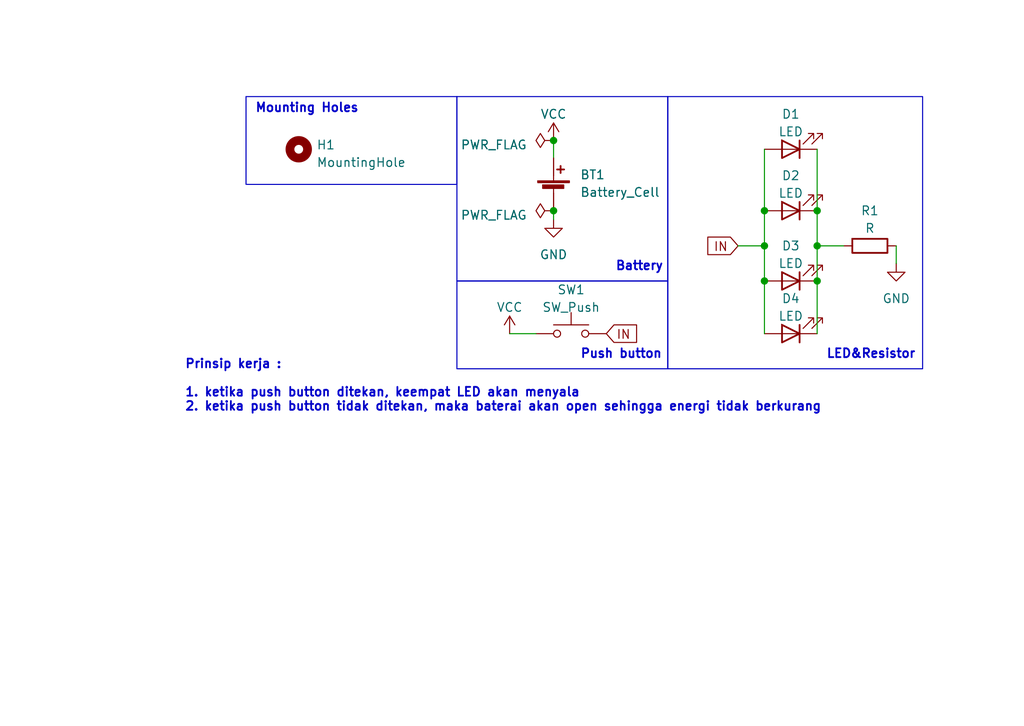
<source format=kicad_sch>
(kicad_sch (version 20230121) (generator eeschema)

  (uuid a45a735a-ef11-40ee-9776-56a0048d2d27)

  (paper "User" 148.006 105.004)

  (title_block
    (title "Electrical Engineering '20 Key Chain")
    (company "Institut Teknologi Bandung")
    (comment 1 "Bostang Palaguna")
    (comment 2 "designed by:")
  )

  (lib_symbols
    (symbol "Device:Battery_Cell" (pin_numbers hide) (pin_names (offset 0) hide) (in_bom yes) (on_board yes)
      (property "Reference" "BT" (at 2.54 2.54 0)
        (effects (font (size 1.27 1.27)) (justify left))
      )
      (property "Value" "Battery_Cell" (at 2.54 0 0)
        (effects (font (size 1.27 1.27)) (justify left))
      )
      (property "Footprint" "" (at 0 1.524 90)
        (effects (font (size 1.27 1.27)) hide)
      )
      (property "Datasheet" "~" (at 0 1.524 90)
        (effects (font (size 1.27 1.27)) hide)
      )
      (property "ki_keywords" "battery cell" (at 0 0 0)
        (effects (font (size 1.27 1.27)) hide)
      )
      (property "ki_description" "Single-cell battery" (at 0 0 0)
        (effects (font (size 1.27 1.27)) hide)
      )
      (symbol "Battery_Cell_0_1"
        (rectangle (start -2.286 1.778) (end 2.286 1.524)
          (stroke (width 0) (type default))
          (fill (type outline))
        )
        (rectangle (start -1.5748 1.1938) (end 1.4732 0.6858)
          (stroke (width 0) (type default))
          (fill (type outline))
        )
        (polyline
          (pts
            (xy 0 0.762)
            (xy 0 0)
          )
          (stroke (width 0) (type default))
          (fill (type none))
        )
        (polyline
          (pts
            (xy 0 1.778)
            (xy 0 2.54)
          )
          (stroke (width 0) (type default))
          (fill (type none))
        )
        (polyline
          (pts
            (xy 0.508 3.429)
            (xy 1.524 3.429)
          )
          (stroke (width 0.254) (type default))
          (fill (type none))
        )
        (polyline
          (pts
            (xy 1.016 3.937)
            (xy 1.016 2.921)
          )
          (stroke (width 0.254) (type default))
          (fill (type none))
        )
      )
      (symbol "Battery_Cell_1_1"
        (pin passive line (at 0 5.08 270) (length 2.54)
          (name "+" (effects (font (size 1.27 1.27))))
          (number "1" (effects (font (size 1.27 1.27))))
        )
        (pin passive line (at 0 -2.54 90) (length 2.54)
          (name "-" (effects (font (size 1.27 1.27))))
          (number "2" (effects (font (size 1.27 1.27))))
        )
      )
    )
    (symbol "Device:LED" (pin_numbers hide) (pin_names (offset 1.016) hide) (in_bom yes) (on_board yes)
      (property "Reference" "D" (at 0 2.54 0)
        (effects (font (size 1.27 1.27)))
      )
      (property "Value" "LED" (at 0 -2.54 0)
        (effects (font (size 1.27 1.27)))
      )
      (property "Footprint" "" (at 0 0 0)
        (effects (font (size 1.27 1.27)) hide)
      )
      (property "Datasheet" "~" (at 0 0 0)
        (effects (font (size 1.27 1.27)) hide)
      )
      (property "ki_keywords" "LED diode" (at 0 0 0)
        (effects (font (size 1.27 1.27)) hide)
      )
      (property "ki_description" "Light emitting diode" (at 0 0 0)
        (effects (font (size 1.27 1.27)) hide)
      )
      (property "ki_fp_filters" "LED* LED_SMD:* LED_THT:*" (at 0 0 0)
        (effects (font (size 1.27 1.27)) hide)
      )
      (symbol "LED_0_1"
        (polyline
          (pts
            (xy -1.27 -1.27)
            (xy -1.27 1.27)
          )
          (stroke (width 0.254) (type default))
          (fill (type none))
        )
        (polyline
          (pts
            (xy -1.27 0)
            (xy 1.27 0)
          )
          (stroke (width 0) (type default))
          (fill (type none))
        )
        (polyline
          (pts
            (xy 1.27 -1.27)
            (xy 1.27 1.27)
            (xy -1.27 0)
            (xy 1.27 -1.27)
          )
          (stroke (width 0.254) (type default))
          (fill (type none))
        )
        (polyline
          (pts
            (xy -3.048 -0.762)
            (xy -4.572 -2.286)
            (xy -3.81 -2.286)
            (xy -4.572 -2.286)
            (xy -4.572 -1.524)
          )
          (stroke (width 0) (type default))
          (fill (type none))
        )
        (polyline
          (pts
            (xy -1.778 -0.762)
            (xy -3.302 -2.286)
            (xy -2.54 -2.286)
            (xy -3.302 -2.286)
            (xy -3.302 -1.524)
          )
          (stroke (width 0) (type default))
          (fill (type none))
        )
      )
      (symbol "LED_1_1"
        (pin passive line (at -3.81 0 0) (length 2.54)
          (name "K" (effects (font (size 1.27 1.27))))
          (number "1" (effects (font (size 1.27 1.27))))
        )
        (pin passive line (at 3.81 0 180) (length 2.54)
          (name "A" (effects (font (size 1.27 1.27))))
          (number "2" (effects (font (size 1.27 1.27))))
        )
      )
    )
    (symbol "Device:R" (pin_numbers hide) (pin_names (offset 0)) (in_bom yes) (on_board yes)
      (property "Reference" "R" (at 2.032 0 90)
        (effects (font (size 1.27 1.27)))
      )
      (property "Value" "R" (at 0 0 90)
        (effects (font (size 1.27 1.27)))
      )
      (property "Footprint" "" (at -1.778 0 90)
        (effects (font (size 1.27 1.27)) hide)
      )
      (property "Datasheet" "~" (at 0 0 0)
        (effects (font (size 1.27 1.27)) hide)
      )
      (property "ki_keywords" "R res resistor" (at 0 0 0)
        (effects (font (size 1.27 1.27)) hide)
      )
      (property "ki_description" "Resistor" (at 0 0 0)
        (effects (font (size 1.27 1.27)) hide)
      )
      (property "ki_fp_filters" "R_*" (at 0 0 0)
        (effects (font (size 1.27 1.27)) hide)
      )
      (symbol "R_0_1"
        (rectangle (start -1.016 -2.54) (end 1.016 2.54)
          (stroke (width 0.254) (type default))
          (fill (type none))
        )
      )
      (symbol "R_1_1"
        (pin passive line (at 0 3.81 270) (length 1.27)
          (name "~" (effects (font (size 1.27 1.27))))
          (number "1" (effects (font (size 1.27 1.27))))
        )
        (pin passive line (at 0 -3.81 90) (length 1.27)
          (name "~" (effects (font (size 1.27 1.27))))
          (number "2" (effects (font (size 1.27 1.27))))
        )
      )
    )
    (symbol "Mechanical:MountingHole" (pin_names (offset 1.016)) (in_bom yes) (on_board yes)
      (property "Reference" "H" (at 0 5.08 0)
        (effects (font (size 1.27 1.27)))
      )
      (property "Value" "MountingHole" (at 0 3.175 0)
        (effects (font (size 1.27 1.27)))
      )
      (property "Footprint" "" (at 0 0 0)
        (effects (font (size 1.27 1.27)) hide)
      )
      (property "Datasheet" "~" (at 0 0 0)
        (effects (font (size 1.27 1.27)) hide)
      )
      (property "ki_keywords" "mounting hole" (at 0 0 0)
        (effects (font (size 1.27 1.27)) hide)
      )
      (property "ki_description" "Mounting Hole without connection" (at 0 0 0)
        (effects (font (size 1.27 1.27)) hide)
      )
      (property "ki_fp_filters" "MountingHole*" (at 0 0 0)
        (effects (font (size 1.27 1.27)) hide)
      )
      (symbol "MountingHole_0_1"
        (circle (center 0 0) (radius 1.27)
          (stroke (width 1.27) (type default))
          (fill (type none))
        )
      )
    )
    (symbol "Switch:SW_Push" (pin_numbers hide) (pin_names (offset 1.016) hide) (in_bom yes) (on_board yes)
      (property "Reference" "SW" (at 1.27 2.54 0)
        (effects (font (size 1.27 1.27)) (justify left))
      )
      (property "Value" "SW_Push" (at 0 -1.524 0)
        (effects (font (size 1.27 1.27)))
      )
      (property "Footprint" "" (at 0 5.08 0)
        (effects (font (size 1.27 1.27)) hide)
      )
      (property "Datasheet" "~" (at 0 5.08 0)
        (effects (font (size 1.27 1.27)) hide)
      )
      (property "ki_keywords" "switch normally-open pushbutton push-button" (at 0 0 0)
        (effects (font (size 1.27 1.27)) hide)
      )
      (property "ki_description" "Push button switch, generic, two pins" (at 0 0 0)
        (effects (font (size 1.27 1.27)) hide)
      )
      (symbol "SW_Push_0_1"
        (circle (center -2.032 0) (radius 0.508)
          (stroke (width 0) (type default))
          (fill (type none))
        )
        (polyline
          (pts
            (xy 0 1.27)
            (xy 0 3.048)
          )
          (stroke (width 0) (type default))
          (fill (type none))
        )
        (polyline
          (pts
            (xy 2.54 1.27)
            (xy -2.54 1.27)
          )
          (stroke (width 0) (type default))
          (fill (type none))
        )
        (circle (center 2.032 0) (radius 0.508)
          (stroke (width 0) (type default))
          (fill (type none))
        )
        (pin passive line (at -5.08 0 0) (length 2.54)
          (name "1" (effects (font (size 1.27 1.27))))
          (number "1" (effects (font (size 1.27 1.27))))
        )
        (pin passive line (at 5.08 0 180) (length 2.54)
          (name "2" (effects (font (size 1.27 1.27))))
          (number "2" (effects (font (size 1.27 1.27))))
        )
      )
    )
    (symbol "power:GND" (power) (pin_names (offset 0)) (in_bom yes) (on_board yes)
      (property "Reference" "#PWR" (at 0 -6.35 0)
        (effects (font (size 1.27 1.27)) hide)
      )
      (property "Value" "GND" (at 0 -3.81 0)
        (effects (font (size 1.27 1.27)))
      )
      (property "Footprint" "" (at 0 0 0)
        (effects (font (size 1.27 1.27)) hide)
      )
      (property "Datasheet" "" (at 0 0 0)
        (effects (font (size 1.27 1.27)) hide)
      )
      (property "ki_keywords" "global power" (at 0 0 0)
        (effects (font (size 1.27 1.27)) hide)
      )
      (property "ki_description" "Power symbol creates a global label with name \"GND\" , ground" (at 0 0 0)
        (effects (font (size 1.27 1.27)) hide)
      )
      (symbol "GND_0_1"
        (polyline
          (pts
            (xy 0 0)
            (xy 0 -1.27)
            (xy 1.27 -1.27)
            (xy 0 -2.54)
            (xy -1.27 -1.27)
            (xy 0 -1.27)
          )
          (stroke (width 0) (type default))
          (fill (type none))
        )
      )
      (symbol "GND_1_1"
        (pin power_in line (at 0 0 270) (length 0) hide
          (name "GND" (effects (font (size 1.27 1.27))))
          (number "1" (effects (font (size 1.27 1.27))))
        )
      )
    )
    (symbol "power:PWR_FLAG" (power) (pin_numbers hide) (pin_names (offset 0) hide) (in_bom yes) (on_board yes)
      (property "Reference" "#FLG" (at 0 1.905 0)
        (effects (font (size 1.27 1.27)) hide)
      )
      (property "Value" "PWR_FLAG" (at 0 3.81 0)
        (effects (font (size 1.27 1.27)))
      )
      (property "Footprint" "" (at 0 0 0)
        (effects (font (size 1.27 1.27)) hide)
      )
      (property "Datasheet" "~" (at 0 0 0)
        (effects (font (size 1.27 1.27)) hide)
      )
      (property "ki_keywords" "flag power" (at 0 0 0)
        (effects (font (size 1.27 1.27)) hide)
      )
      (property "ki_description" "Special symbol for telling ERC where power comes from" (at 0 0 0)
        (effects (font (size 1.27 1.27)) hide)
      )
      (symbol "PWR_FLAG_0_0"
        (pin power_out line (at 0 0 90) (length 0)
          (name "pwr" (effects (font (size 1.27 1.27))))
          (number "1" (effects (font (size 1.27 1.27))))
        )
      )
      (symbol "PWR_FLAG_0_1"
        (polyline
          (pts
            (xy 0 0)
            (xy 0 1.27)
            (xy -1.016 1.905)
            (xy 0 2.54)
            (xy 1.016 1.905)
            (xy 0 1.27)
          )
          (stroke (width 0) (type default))
          (fill (type none))
        )
      )
    )
    (symbol "power:VCC" (power) (pin_names (offset 0)) (in_bom yes) (on_board yes)
      (property "Reference" "#PWR" (at 0 -3.81 0)
        (effects (font (size 1.27 1.27)) hide)
      )
      (property "Value" "VCC" (at 0 3.81 0)
        (effects (font (size 1.27 1.27)))
      )
      (property "Footprint" "" (at 0 0 0)
        (effects (font (size 1.27 1.27)) hide)
      )
      (property "Datasheet" "" (at 0 0 0)
        (effects (font (size 1.27 1.27)) hide)
      )
      (property "ki_keywords" "global power" (at 0 0 0)
        (effects (font (size 1.27 1.27)) hide)
      )
      (property "ki_description" "Power symbol creates a global label with name \"VCC\"" (at 0 0 0)
        (effects (font (size 1.27 1.27)) hide)
      )
      (symbol "VCC_0_1"
        (polyline
          (pts
            (xy -0.762 1.27)
            (xy 0 2.54)
          )
          (stroke (width 0) (type default))
          (fill (type none))
        )
        (polyline
          (pts
            (xy 0 0)
            (xy 0 2.54)
          )
          (stroke (width 0) (type default))
          (fill (type none))
        )
        (polyline
          (pts
            (xy 0 2.54)
            (xy 0.762 1.27)
          )
          (stroke (width 0) (type default))
          (fill (type none))
        )
      )
      (symbol "VCC_1_1"
        (pin power_in line (at 0 0 90) (length 0) hide
          (name "VCC" (effects (font (size 1.27 1.27))))
          (number "1" (effects (font (size 1.27 1.27))))
        )
      )
    )
  )

  (junction (at 110.49 35.56) (diameter 0) (color 0 0 0 0)
    (uuid 02ed50fa-a287-437f-864c-0aa6980d4e8b)
  )
  (junction (at 110.49 30.48) (diameter 0) (color 0 0 0 0)
    (uuid 7a815e72-9a7e-4d92-8b33-82ae35f908b5)
  )
  (junction (at 110.49 40.64) (diameter 0) (color 0 0 0 0)
    (uuid 83901820-5929-4229-91e5-8bdab80745c0)
  )
  (junction (at 118.11 30.48) (diameter 0) (color 0 0 0 0)
    (uuid 8898b725-8633-4841-91cd-540c7e431105)
  )
  (junction (at 80.01 30.48) (diameter 0) (color 0 0 0 0)
    (uuid 99f9a555-eeb9-4888-a639-505b522d4b89)
  )
  (junction (at 118.11 35.56) (diameter 0) (color 0 0 0 0)
    (uuid b254cec9-c4fd-40b7-8443-20b69e7c5bc2)
  )
  (junction (at 80.01 20.32) (diameter 0) (color 0 0 0 0)
    (uuid ba0c9b2e-60ba-41fa-8516-68d645f61130)
  )
  (junction (at 118.11 40.64) (diameter 0) (color 0 0 0 0)
    (uuid faf9fe81-d2ce-4d3d-b024-965461c41d95)
  )

  (wire (pts (xy 118.11 21.59) (xy 118.11 30.48))
    (stroke (width 0) (type default))
    (uuid 1db3dba5-d6b7-42ea-b9cf-61cad1504223)
  )
  (wire (pts (xy 121.92 35.56) (xy 118.11 35.56))
    (stroke (width 0) (type default))
    (uuid 352893f3-64d1-44bc-a07a-1a59bee2c1fd)
  )
  (wire (pts (xy 110.49 40.64) (xy 110.49 48.26))
    (stroke (width 0) (type default))
    (uuid 430703a8-2c8f-4596-9879-632f95bcedcb)
  )
  (wire (pts (xy 110.49 30.48) (xy 110.49 35.56))
    (stroke (width 0) (type default))
    (uuid 57707055-2995-435d-bb63-82f22cf845df)
  )
  (wire (pts (xy 106.68 35.56) (xy 110.49 35.56))
    (stroke (width 0) (type default))
    (uuid 6e10f836-418d-4210-acce-57d8a7774c20)
  )
  (wire (pts (xy 118.11 35.56) (xy 118.11 40.64))
    (stroke (width 0) (type default))
    (uuid 8f193871-fb79-4b83-95e3-6b445c8fd86a)
  )
  (wire (pts (xy 110.49 35.56) (xy 110.49 40.64))
    (stroke (width 0) (type default))
    (uuid b06d3ace-78f4-4d69-bd58-dd62c7e7616e)
  )
  (wire (pts (xy 118.11 40.64) (xy 118.11 48.26))
    (stroke (width 0) (type default))
    (uuid b414c422-6f0a-45e7-ad00-01851546b69a)
  )
  (wire (pts (xy 80.01 22.86) (xy 80.01 20.32))
    (stroke (width 0) (type default))
    (uuid b5965a22-2e84-499a-a53a-45aea5df3909)
  )
  (wire (pts (xy 118.11 30.48) (xy 118.11 35.56))
    (stroke (width 0) (type default))
    (uuid ba6b2315-f641-465c-8a9b-2593e7013fbf)
  )
  (wire (pts (xy 129.54 35.56) (xy 129.54 38.1))
    (stroke (width 0) (type default))
    (uuid e2e05493-c5c1-4e8a-aee2-212b9e913e17)
  )
  (wire (pts (xy 73.66 48.26) (xy 77.47 48.26))
    (stroke (width 0) (type default))
    (uuid e7a1a000-2a17-4913-a9c9-e83df3628970)
  )
  (wire (pts (xy 110.49 21.59) (xy 110.49 30.48))
    (stroke (width 0) (type default))
    (uuid f6355dc5-c337-4cdd-aded-aec5bbf00787)
  )
  (wire (pts (xy 80.01 30.48) (xy 80.01 31.75))
    (stroke (width 0) (type default))
    (uuid f69f8326-0746-48e0-a05a-bc6c3ab64642)
  )

  (rectangle (start 66.04 40.64) (end 96.52 53.34)
    (stroke (width 0) (type default))
    (fill (type none))
    (uuid 2cce36dc-ae17-4dc9-bc66-0dc7de887a86)
  )
  (rectangle (start 66.04 13.97) (end 96.52 40.64)
    (stroke (width 0) (type default))
    (fill (type none))
    (uuid 3292d13a-7268-4ca8-964a-b2c83335f290)
  )
  (rectangle (start 96.52 13.97) (end 133.35 53.34)
    (stroke (width 0) (type default))
    (fill (type none))
    (uuid 5544be5e-c346-4763-ba78-bf891e2b7aa6)
  )
  (rectangle (start 35.56 13.97) (end 66.04 26.67)
    (stroke (width 0) (type default))
    (fill (type none))
    (uuid d8dba5a7-4128-4a91-9a3d-2877a229efa8)
  )

  (text "Battery" (at 88.9 39.37 0)
    (effects (font (size 1.27 1.27) (thickness 0.254) bold) (justify left bottom))
    (uuid 1c0eed11-ba0b-498a-83fb-0064c5227d10)
  )
  (text "Push button" (at 83.82 52.07 0)
    (effects (font (size 1.27 1.27) (thickness 0.254) bold) (justify left bottom))
    (uuid 2d88aa37-16ca-4cdd-9a4f-113b287f44c9)
  )
  (text "LED&Resistor" (at 119.38 52.07 0)
    (effects (font (size 1.27 1.27) (thickness 0.254) bold) (justify left bottom))
    (uuid 2d8aae06-c777-4074-8ab5-f4c99fc74b3b)
  )
  (text "Prinsip kerja :\n\n1. ketika push button ditekan, keempat LED akan menyala\n2. ketika push button tidak ditekan, maka baterai akan open sehingga energi tidak berkurang"
    (at 26.67 59.69 0)
    (effects (font (size 1.27 1.27) (thickness 0.254) bold) (justify left bottom))
    (uuid 48ebf70b-1b2b-427b-b1fc-1187f16c1af3)
  )
  (text "Mounting Holes" (at 36.83 16.51 0)
    (effects (font (size 1.27 1.27) (thickness 0.254) bold) (justify left bottom))
    (uuid e49394df-582c-48ec-b3be-e2e17abf2758)
  )

  (global_label "IN" (shape input) (at 87.63 48.26 0) (fields_autoplaced)
    (effects (font (size 1.27 1.27)) (justify left))
    (uuid 25797cd5-1a7f-49b6-b9c9-04ef4e78d723)
    (property "Intersheetrefs" "${INTERSHEET_REFS}" (at 92.4711 48.26 0)
      (effects (font (size 1.27 1.27)) (justify left) hide)
    )
  )
  (global_label "IN" (shape input) (at 106.68 35.56 180) (fields_autoplaced)
    (effects (font (size 1.27 1.27)) (justify right))
    (uuid dcad6360-6835-43ab-8d8b-51390e357e83)
    (property "Intersheetrefs" "${INTERSHEET_REFS}" (at 101.8389 35.56 0)
      (effects (font (size 1.27 1.27)) (justify right) hide)
    )
  )

  (symbol (lib_id "power:GND") (at 80.01 31.75 0) (unit 1)
    (in_bom yes) (on_board yes) (dnp no) (fields_autoplaced)
    (uuid 18bf3201-5433-4352-bfa3-e5b1a13db0e1)
    (property "Reference" "#PWR01" (at 80.01 38.1 0)
      (effects (font (size 1.27 1.27)) hide)
    )
    (property "Value" "GND" (at 80.01 36.83 0)
      (effects (font (size 1.27 1.27)))
    )
    (property "Footprint" "" (at 80.01 31.75 0)
      (effects (font (size 1.27 1.27)) hide)
    )
    (property "Datasheet" "" (at 80.01 31.75 0)
      (effects (font (size 1.27 1.27)) hide)
    )
    (pin "1" (uuid 15b5f440-651a-4edb-8d98-6302d2467600))
    (instances
      (project "Elektro20KeyChain"
        (path "/a45a735a-ef11-40ee-9776-56a0048d2d27"
          (reference "#PWR01") (unit 1)
        )
      )
    )
  )

  (symbol (lib_id "Device:LED") (at 114.3 48.26 180) (unit 1)
    (in_bom yes) (on_board yes) (dnp no)
    (uuid 19fa848d-8279-4d9b-b39a-7695a8803168)
    (property "Reference" "D4" (at 114.3 43.18 0)
      (effects (font (size 1.27 1.27)))
    )
    (property "Value" "LED" (at 114.3 45.72 0)
      (effects (font (size 1.27 1.27)))
    )
    (property "Footprint" "LED_SMD:LED_0603_1608Metric_Pad1.05x0.95mm_HandSolder" (at 114.3 48.26 0)
      (effects (font (size 1.27 1.27)) hide)
    )
    (property "Datasheet" "~" (at 114.3 48.26 0)
      (effects (font (size 1.27 1.27)) hide)
    )
    (pin "1" (uuid 50b8880b-361d-4c91-9a4d-7d0938b7a9cc))
    (pin "2" (uuid 0901d72a-a4b2-4aa0-915d-33ef0f6b8de7))
    (instances
      (project "Elektro20KeyChain"
        (path "/a45a735a-ef11-40ee-9776-56a0048d2d27"
          (reference "D4") (unit 1)
        )
      )
    )
  )

  (symbol (lib_id "power:VCC") (at 73.66 48.26 0) (unit 1)
    (in_bom yes) (on_board yes) (dnp no) (fields_autoplaced)
    (uuid 58f350c5-562e-4791-8fc5-60c867ace800)
    (property "Reference" "#PWR05" (at 73.66 52.07 0)
      (effects (font (size 1.27 1.27)) hide)
    )
    (property "Value" "VCC" (at 73.66 44.45 0)
      (effects (font (size 1.27 1.27)))
    )
    (property "Footprint" "" (at 73.66 48.26 0)
      (effects (font (size 1.27 1.27)) hide)
    )
    (property "Datasheet" "" (at 73.66 48.26 0)
      (effects (font (size 1.27 1.27)) hide)
    )
    (pin "1" (uuid 844159be-9572-476f-a40d-04e49b25ee0a))
    (instances
      (project "Elektro20KeyChain"
        (path "/a45a735a-ef11-40ee-9776-56a0048d2d27"
          (reference "#PWR05") (unit 1)
        )
      )
    )
  )

  (symbol (lib_id "power:GND") (at 129.54 38.1 0) (mirror y) (unit 1)
    (in_bom yes) (on_board yes) (dnp no)
    (uuid 7139baaf-3731-4500-a0ca-b8d0dfd568d2)
    (property "Reference" "#PWR02" (at 129.54 44.45 0)
      (effects (font (size 1.27 1.27)) hide)
    )
    (property "Value" "GND" (at 129.54 43.18 0)
      (effects (font (size 1.27 1.27)))
    )
    (property "Footprint" "" (at 129.54 38.1 0)
      (effects (font (size 1.27 1.27)) hide)
    )
    (property "Datasheet" "" (at 129.54 38.1 0)
      (effects (font (size 1.27 1.27)) hide)
    )
    (pin "1" (uuid dffdeb91-8a06-4ef2-9586-32f3cb661adc))
    (instances
      (project "Elektro20KeyChain"
        (path "/a45a735a-ef11-40ee-9776-56a0048d2d27"
          (reference "#PWR02") (unit 1)
        )
      )
    )
  )

  (symbol (lib_id "power:VCC") (at 80.01 20.32 0) (unit 1)
    (in_bom yes) (on_board yes) (dnp no) (fields_autoplaced)
    (uuid 7b0bddd5-8f84-415d-8868-7ca53e9dedc3)
    (property "Reference" "#PWR03" (at 80.01 24.13 0)
      (effects (font (size 1.27 1.27)) hide)
    )
    (property "Value" "VCC" (at 80.01 16.51 0)
      (effects (font (size 1.27 1.27)))
    )
    (property "Footprint" "" (at 80.01 20.32 0)
      (effects (font (size 1.27 1.27)) hide)
    )
    (property "Datasheet" "" (at 80.01 20.32 0)
      (effects (font (size 1.27 1.27)) hide)
    )
    (pin "1" (uuid dd13108a-47f0-41f0-acb6-0927c7c2edba))
    (instances
      (project "Elektro20KeyChain"
        (path "/a45a735a-ef11-40ee-9776-56a0048d2d27"
          (reference "#PWR03") (unit 1)
        )
      )
    )
  )

  (symbol (lib_id "power:PWR_FLAG") (at 80.01 20.32 90) (unit 1)
    (in_bom yes) (on_board yes) (dnp no) (fields_autoplaced)
    (uuid 7b380a86-c195-4f13-9212-3f7ccda55f0a)
    (property "Reference" "#FLG01" (at 78.105 20.32 0)
      (effects (font (size 1.27 1.27)) hide)
    )
    (property "Value" "PWR_FLAG" (at 76.2 20.955 90)
      (effects (font (size 1.27 1.27)) (justify left))
    )
    (property "Footprint" "" (at 80.01 20.32 0)
      (effects (font (size 1.27 1.27)) hide)
    )
    (property "Datasheet" "~" (at 80.01 20.32 0)
      (effects (font (size 1.27 1.27)) hide)
    )
    (pin "1" (uuid e6ed0314-215f-4b7c-9ba9-37a708da31cc))
    (instances
      (project "Elektro20KeyChain"
        (path "/a45a735a-ef11-40ee-9776-56a0048d2d27"
          (reference "#FLG01") (unit 1)
        )
      )
    )
  )

  (symbol (lib_id "Device:LED") (at 114.3 21.59 180) (unit 1)
    (in_bom yes) (on_board yes) (dnp no)
    (uuid 9f20d23d-4544-4d96-8af8-5cfc7ec44e9e)
    (property "Reference" "D1" (at 114.3 16.51 0)
      (effects (font (size 1.27 1.27)))
    )
    (property "Value" "LED" (at 114.3 19.05 0)
      (effects (font (size 1.27 1.27)))
    )
    (property "Footprint" "LED_SMD:LED_0603_1608Metric_Pad1.05x0.95mm_HandSolder" (at 114.3 21.59 0)
      (effects (font (size 1.27 1.27)) hide)
    )
    (property "Datasheet" "~" (at 114.3 21.59 0)
      (effects (font (size 1.27 1.27)) hide)
    )
    (pin "1" (uuid 0a6d660a-45eb-410d-9ca3-ca9ceeb6473a))
    (pin "2" (uuid f62a4a9e-33c5-49c0-8835-75a09a3ac873))
    (instances
      (project "Elektro20KeyChain"
        (path "/a45a735a-ef11-40ee-9776-56a0048d2d27"
          (reference "D1") (unit 1)
        )
      )
    )
  )

  (symbol (lib_id "Device:R") (at 125.73 35.56 90) (unit 1)
    (in_bom yes) (on_board yes) (dnp no) (fields_autoplaced)
    (uuid a08fb6a4-54cc-46fd-80bb-a1d2cfd6e1c0)
    (property "Reference" "R1" (at 125.73 30.48 90)
      (effects (font (size 1.27 1.27)))
    )
    (property "Value" "R" (at 125.73 33.02 90)
      (effects (font (size 1.27 1.27)))
    )
    (property "Footprint" "Resistor_SMD:R_0603_1608Metric" (at 125.73 37.338 90)
      (effects (font (size 1.27 1.27)) hide)
    )
    (property "Datasheet" "~" (at 125.73 35.56 0)
      (effects (font (size 1.27 1.27)) hide)
    )
    (pin "1" (uuid 558029c5-2706-4e2a-afd2-30c7b5a41a9a))
    (pin "2" (uuid 9bce3d13-f7d9-4627-a9b5-a6b8c2ffa30f))
    (instances
      (project "Elektro20KeyChain"
        (path "/a45a735a-ef11-40ee-9776-56a0048d2d27"
          (reference "R1") (unit 1)
        )
      )
    )
  )

  (symbol (lib_id "Mechanical:MountingHole") (at 43.18 21.59 0) (unit 1)
    (in_bom yes) (on_board yes) (dnp no) (fields_autoplaced)
    (uuid bfdd7453-5979-48bc-97c5-35288ac11f69)
    (property "Reference" "H1" (at 45.72 20.955 0)
      (effects (font (size 1.27 1.27)) (justify left))
    )
    (property "Value" "MountingHole" (at 45.72 23.495 0)
      (effects (font (size 1.27 1.27)) (justify left))
    )
    (property "Footprint" "MountingHole:MountingHole_2.1mm" (at 43.18 21.59 0)
      (effects (font (size 1.27 1.27)) hide)
    )
    (property "Datasheet" "~" (at 43.18 21.59 0)
      (effects (font (size 1.27 1.27)) hide)
    )
    (instances
      (project "Elektro20KeyChain"
        (path "/a45a735a-ef11-40ee-9776-56a0048d2d27"
          (reference "H1") (unit 1)
        )
      )
    )
  )

  (symbol (lib_id "Device:LED") (at 114.3 30.48 180) (unit 1)
    (in_bom yes) (on_board yes) (dnp no)
    (uuid c025fb22-861f-45b2-a1de-4798d6c03a61)
    (property "Reference" "D2" (at 114.3 25.4 0)
      (effects (font (size 1.27 1.27)))
    )
    (property "Value" "LED" (at 114.3 27.94 0)
      (effects (font (size 1.27 1.27)))
    )
    (property "Footprint" "LED_SMD:LED_0603_1608Metric_Pad1.05x0.95mm_HandSolder" (at 114.3 30.48 0)
      (effects (font (size 1.27 1.27)) hide)
    )
    (property "Datasheet" "~" (at 114.3 30.48 0)
      (effects (font (size 1.27 1.27)) hide)
    )
    (pin "1" (uuid 82029fd9-5233-40e9-8422-3df4c4c1e750))
    (pin "2" (uuid 84c9c895-6dbd-49d7-b48b-22f428bccf7c))
    (instances
      (project "Elektro20KeyChain"
        (path "/a45a735a-ef11-40ee-9776-56a0048d2d27"
          (reference "D2") (unit 1)
        )
      )
    )
  )

  (symbol (lib_id "Device:LED") (at 114.3 40.64 180) (unit 1)
    (in_bom yes) (on_board yes) (dnp no)
    (uuid cb3b7806-02d1-4f7a-a50e-08504cf841f2)
    (property "Reference" "D3" (at 114.3 35.56 0)
      (effects (font (size 1.27 1.27)))
    )
    (property "Value" "LED" (at 114.3 38.1 0)
      (effects (font (size 1.27 1.27)))
    )
    (property "Footprint" "LED_SMD:LED_0603_1608Metric_Pad1.05x0.95mm_HandSolder" (at 114.3 40.64 0)
      (effects (font (size 1.27 1.27)) hide)
    )
    (property "Datasheet" "~" (at 114.3 40.64 0)
      (effects (font (size 1.27 1.27)) hide)
    )
    (pin "1" (uuid f3d9dc1b-0d2b-4f87-bebc-2c6349b53668))
    (pin "2" (uuid 001946e9-2be9-4aa2-b4f5-97ab6e841f53))
    (instances
      (project "Elektro20KeyChain"
        (path "/a45a735a-ef11-40ee-9776-56a0048d2d27"
          (reference "D3") (unit 1)
        )
      )
    )
  )

  (symbol (lib_id "power:PWR_FLAG") (at 80.01 30.48 90) (unit 1)
    (in_bom yes) (on_board yes) (dnp no) (fields_autoplaced)
    (uuid cbe8459d-0460-49cf-9852-b9d17197645e)
    (property "Reference" "#FLG02" (at 78.105 30.48 0)
      (effects (font (size 1.27 1.27)) hide)
    )
    (property "Value" "PWR_FLAG" (at 76.2 31.115 90)
      (effects (font (size 1.27 1.27)) (justify left))
    )
    (property "Footprint" "" (at 80.01 30.48 0)
      (effects (font (size 1.27 1.27)) hide)
    )
    (property "Datasheet" "~" (at 80.01 30.48 0)
      (effects (font (size 1.27 1.27)) hide)
    )
    (pin "1" (uuid 49541460-e37c-46f6-a629-a9dad07d6057))
    (instances
      (project "Elektro20KeyChain"
        (path "/a45a735a-ef11-40ee-9776-56a0048d2d27"
          (reference "#FLG02") (unit 1)
        )
      )
    )
  )

  (symbol (lib_id "Switch:SW_Push") (at 82.55 48.26 0) (unit 1)
    (in_bom yes) (on_board yes) (dnp no) (fields_autoplaced)
    (uuid d4824386-5276-4682-84ee-0f198aaf7ada)
    (property "Reference" "SW1" (at 82.55 41.91 0)
      (effects (font (size 1.27 1.27)))
    )
    (property "Value" "SW_Push" (at 82.55 44.45 0)
      (effects (font (size 1.27 1.27)))
    )
    (property "Footprint" "Button_Switch_SMD:SW_SPST_FSMSM" (at 82.55 43.18 0)
      (effects (font (size 1.27 1.27)) hide)
    )
    (property "Datasheet" "~" (at 82.55 43.18 0)
      (effects (font (size 1.27 1.27)) hide)
    )
    (pin "1" (uuid 0daab767-59f8-422d-9d4d-ab00b816a19c))
    (pin "2" (uuid 13564ec2-cbe7-4a83-9d62-81da0afe2ea4))
    (instances
      (project "Elektro20KeyChain"
        (path "/a45a735a-ef11-40ee-9776-56a0048d2d27"
          (reference "SW1") (unit 1)
        )
      )
    )
  )

  (symbol (lib_id "Device:Battery_Cell") (at 80.01 27.94 0) (unit 1)
    (in_bom yes) (on_board yes) (dnp no) (fields_autoplaced)
    (uuid d4ce039c-57f6-44a2-8561-1330532c2a7c)
    (property "Reference" "BT1" (at 83.82 25.273 0)
      (effects (font (size 1.27 1.27)) (justify left))
    )
    (property "Value" "Battery_Cell" (at 83.82 27.813 0)
      (effects (font (size 1.27 1.27)) (justify left))
    )
    (property "Footprint" "Battery:BatteryHolder_LINX_BAT-HLD-012-SMT" (at 80.01 26.416 90)
      (effects (font (size 1.27 1.27)) hide)
    )
    (property "Datasheet" "~" (at 80.01 26.416 90)
      (effects (font (size 1.27 1.27)) hide)
    )
    (pin "1" (uuid 68760771-c3ea-4a68-9aca-738717a70a13))
    (pin "2" (uuid d22ca98a-ad66-42a0-a149-52f7bf81afe5))
    (instances
      (project "Elektro20KeyChain"
        (path "/a45a735a-ef11-40ee-9776-56a0048d2d27"
          (reference "BT1") (unit 1)
        )
      )
    )
  )

  (sheet_instances
    (path "/" (page "1"))
  )
)

</source>
